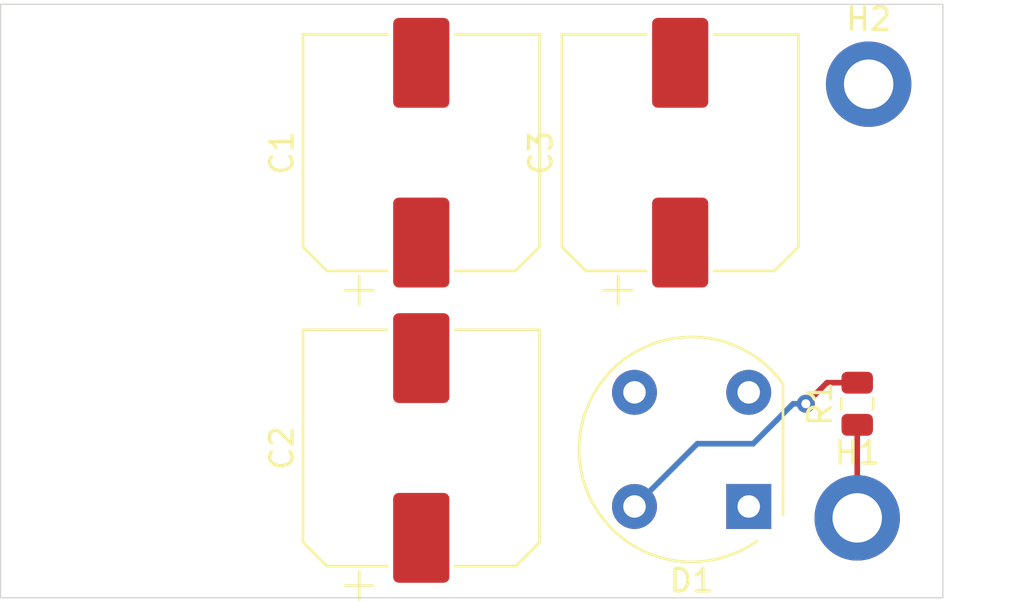
<source format=kicad_pcb>
(kicad_pcb (version 20171130) (host pcbnew "(5.1.6)-1")

  (general
    (thickness 1.6)
    (drawings 4)
    (tracks 8)
    (zones 0)
    (modules 7)
    (nets 6)
  )

  (page A4)
  (layers
    (0 F.Cu signal)
    (31 B.Cu signal)
    (32 B.Adhes user)
    (33 F.Adhes user)
    (34 B.Paste user)
    (35 F.Paste user)
    (36 B.SilkS user)
    (37 F.SilkS user)
    (38 B.Mask user)
    (39 F.Mask user)
    (40 Dwgs.User user)
    (41 Cmts.User user)
    (42 Eco1.User user)
    (43 Eco2.User user)
    (44 Edge.Cuts user)
    (45 Margin user)
    (46 B.CrtYd user)
    (47 F.CrtYd user)
    (48 B.Fab user)
    (49 F.Fab user)
  )

  (setup
    (last_trace_width 0.25)
    (trace_clearance 0.2)
    (zone_clearance 0.508)
    (zone_45_only no)
    (trace_min 0.2)
    (via_size 0.8)
    (via_drill 0.4)
    (via_min_size 0.4)
    (via_min_drill 0.3)
    (uvia_size 0.3)
    (uvia_drill 0.1)
    (uvias_allowed no)
    (uvia_min_size 0.2)
    (uvia_min_drill 0.1)
    (edge_width 0.05)
    (segment_width 0.2)
    (pcb_text_width 0.3)
    (pcb_text_size 1.5 1.5)
    (mod_edge_width 0.12)
    (mod_text_size 1 1)
    (mod_text_width 0.15)
    (pad_size 1.524 1.524)
    (pad_drill 0.762)
    (pad_to_mask_clearance 0.05)
    (aux_axis_origin 0 0)
    (visible_elements FFFFFF7F)
    (pcbplotparams
      (layerselection 0x010fc_ffffffff)
      (usegerberextensions false)
      (usegerberattributes true)
      (usegerberadvancedattributes true)
      (creategerberjobfile true)
      (excludeedgelayer true)
      (linewidth 0.100000)
      (plotframeref false)
      (viasonmask false)
      (mode 1)
      (useauxorigin false)
      (hpglpennumber 1)
      (hpglpenspeed 20)
      (hpglpendiameter 15.000000)
      (psnegative false)
      (psa4output false)
      (plotreference true)
      (plotvalue true)
      (plotinvisibletext false)
      (padsonsilk false)
      (subtractmaskfromsilk false)
      (outputformat 1)
      (mirror false)
      (drillshape 1)
      (scaleselection 1)
      (outputdirectory ""))
  )

  (net 0 "")
  (net 1 GND)
  (net 2 "Net-(C1-Pad1)")
  (net 3 GNDPWR)
  (net 4 "Net-(D1-Pad4)")
  (net 5 +9V)

  (net_class Default "This is the default net class."
    (clearance 0.2)
    (trace_width 0.25)
    (via_dia 0.8)
    (via_drill 0.4)
    (uvia_dia 0.3)
    (uvia_drill 0.1)
    (add_net +9V)
    (add_net GND)
    (add_net GNDPWR)
    (add_net "Net-(C1-Pad1)")
    (add_net "Net-(D1-Pad4)")
  )

  (module Resistor_SMD:R_0805_2012Metric (layer F.Cu) (tedit 5B36C52B) (tstamp 5FEB3DA1)
    (at 148.59 93.218 90)
    (descr "Resistor SMD 0805 (2012 Metric), square (rectangular) end terminal, IPC_7351 nominal, (Body size source: https://docs.google.com/spreadsheets/d/1BsfQQcO9C6DZCsRaXUlFlo91Tg2WpOkGARC1WS5S8t0/edit?usp=sharing), generated with kicad-footprint-generator")
    (tags resistor)
    (path /5FEB71F1)
    (attr smd)
    (fp_text reference R1 (at 0 -1.65 90) (layer F.SilkS)
      (effects (font (size 1 1) (thickness 0.15)))
    )
    (fp_text value R18 (at 0 1.65 90) (layer F.Fab)
      (effects (font (size 1 1) (thickness 0.15)))
    )
    (fp_text user %R (at 0 0 90) (layer F.Fab)
      (effects (font (size 0.5 0.5) (thickness 0.08)))
    )
    (fp_line (start -1 0.6) (end -1 -0.6) (layer F.Fab) (width 0.1))
    (fp_line (start -1 -0.6) (end 1 -0.6) (layer F.Fab) (width 0.1))
    (fp_line (start 1 -0.6) (end 1 0.6) (layer F.Fab) (width 0.1))
    (fp_line (start 1 0.6) (end -1 0.6) (layer F.Fab) (width 0.1))
    (fp_line (start -0.258578 -0.71) (end 0.258578 -0.71) (layer F.SilkS) (width 0.12))
    (fp_line (start -0.258578 0.71) (end 0.258578 0.71) (layer F.SilkS) (width 0.12))
    (fp_line (start -1.68 0.95) (end -1.68 -0.95) (layer F.CrtYd) (width 0.05))
    (fp_line (start -1.68 -0.95) (end 1.68 -0.95) (layer F.CrtYd) (width 0.05))
    (fp_line (start 1.68 -0.95) (end 1.68 0.95) (layer F.CrtYd) (width 0.05))
    (fp_line (start 1.68 0.95) (end -1.68 0.95) (layer F.CrtYd) (width 0.05))
    (pad 2 smd roundrect (at 0.9375 0 90) (size 0.975 1.4) (layers F.Cu F.Paste F.Mask) (roundrect_rratio 0.25)
      (net 4 "Net-(D1-Pad4)"))
    (pad 1 smd roundrect (at -0.9375 0 90) (size 0.975 1.4) (layers F.Cu F.Paste F.Mask) (roundrect_rratio 0.25)
      (net 5 +9V))
    (model ${KISYS3DMOD}/Resistor_SMD.3dshapes/R_0805_2012Metric.wrl
      (at (xyz 0 0 0))
      (scale (xyz 1 1 1))
      (rotate (xyz 0 0 0))
    )
  )

  (module MountingHole:MountingHole_2.2mm_M2_DIN965_Pad (layer F.Cu) (tedit 56D1B4CB) (tstamp 5FEB3D90)
    (at 149.098 78.994)
    (descr "Mounting Hole 2.2mm, M2, DIN965")
    (tags "mounting hole 2.2mm m2 din965")
    (path /5FEBF74F)
    (attr virtual)
    (fp_text reference H2 (at 0 -2.9) (layer F.SilkS)
      (effects (font (size 1 1) (thickness 0.15)))
    )
    (fp_text value MountingHole_Pad (at 0 2.9) (layer F.Fab)
      (effects (font (size 1 1) (thickness 0.15)))
    )
    (fp_text user %R (at 0.3 0) (layer F.Fab)
      (effects (font (size 1 1) (thickness 0.15)))
    )
    (fp_circle (center 0 0) (end 1.9 0) (layer Cmts.User) (width 0.15))
    (fp_circle (center 0 0) (end 2.15 0) (layer F.CrtYd) (width 0.05))
    (pad 1 thru_hole circle (at 0 0) (size 3.8 3.8) (drill 2.2) (layers *.Cu *.Mask)
      (net 3 GNDPWR))
  )

  (module MountingHole:MountingHole_2.2mm_M2_DIN965_Pad (layer F.Cu) (tedit 56D1B4CB) (tstamp 5FEB3D88)
    (at 148.59 98.298)
    (descr "Mounting Hole 2.2mm, M2, DIN965")
    (tags "mounting hole 2.2mm m2 din965")
    (path /5FEBE968)
    (attr virtual)
    (fp_text reference H1 (at 0 -2.9) (layer F.SilkS)
      (effects (font (size 1 1) (thickness 0.15)))
    )
    (fp_text value MountingHole_Pad (at 0 2.9) (layer F.Fab)
      (effects (font (size 1 1) (thickness 0.15)))
    )
    (fp_text user %R (at 0.3 0) (layer F.Fab)
      (effects (font (size 1 1) (thickness 0.15)))
    )
    (fp_circle (center 0 0) (end 1.9 0) (layer Cmts.User) (width 0.15))
    (fp_circle (center 0 0) (end 2.15 0) (layer F.CrtYd) (width 0.05))
    (pad 1 thru_hole circle (at 0 0) (size 3.8 3.8) (drill 2.2) (layers *.Cu *.Mask)
      (net 5 +9V))
  )

  (module Diode_THT:Diode_Bridge_Round_D9.8mm (layer F.Cu) (tedit 5A142105) (tstamp 5FEB3D80)
    (at 143.764 97.79 180)
    (descr "4-lead round diode bridge package, diameter 9.8mm, pin pitch 5.08mm, see http://www.vishay.com/docs/88769/woo5g.pdf")
    (tags "diode bridge 9.8mm WOG pitch 5.08mm")
    (path /5FEB3D3B)
    (fp_text reference D1 (at 2.54 -3.302) (layer F.SilkS)
      (effects (font (size 1 1) (thickness 0.15)))
    )
    (fp_text value B40C1500G (at 2.6035 8.509) (layer F.Fab)
      (effects (font (size 1 1) (thickness 0.15)))
    )
    (fp_arc (start 2.54 2.54) (end -1.4 -0.38) (angle 287) (layer F.Fab) (width 0.12))
    (fp_arc (start 2.54 2.54) (end -0.381 -1.524) (angle 270) (layer F.SilkS) (width 0.12))
    (fp_text user %R (at 3.81 2.54) (layer F.Fab)
      (effects (font (size 1 1) (thickness 0.15)))
    )
    (fp_line (start -1.524 -0.381) (end -1.524 5.461) (layer F.SilkS) (width 0.12))
    (fp_line (start -1.397 5.461) (end -1.397 -0.381) (layer F.Fab) (width 0.12))
    (fp_line (start -1.65 -2.61) (end 7.7 -2.61) (layer F.CrtYd) (width 0.05))
    (fp_line (start -1.65 -2.61) (end -1.65 7.7) (layer F.CrtYd) (width 0.05))
    (fp_line (start 7.7 7.7) (end 7.7 -2.61) (layer F.CrtYd) (width 0.05))
    (fp_line (start 7.7 7.7) (end -1.65 7.7) (layer F.CrtYd) (width 0.05))
    (pad 1 thru_hole rect (at 0 0 180) (size 2 2) (drill 1) (layers *.Cu *.Mask)
      (net 2 "Net-(C1-Pad1)"))
    (pad 3 thru_hole oval (at 5.08 5.08 180) (size 2 2) (drill 1) (layers *.Cu *.Mask)
      (net 1 GND))
    (pad 2 thru_hole oval (at 0 5.08 180) (size 2 2) (drill 1) (layers *.Cu *.Mask)
      (net 3 GNDPWR))
    (pad 4 thru_hole oval (at 5.08 0 180) (size 2 2) (drill 1) (layers *.Cu *.Mask)
      (net 4 "Net-(D1-Pad4)"))
    (model ${KISYS3DMOD}/Diode_THT.3dshapes/Diode_Bridge_Round_D9.8mm.wrl
      (at (xyz 0 0 0))
      (scale (xyz 1 1 1))
      (rotate (xyz 0 0 0))
    )
  )

  (module Capacitor_SMD:CP_Elec_10x10 (layer F.Cu) (tedit 5BCA39D1) (tstamp 5FEB3D6F)
    (at 140.716 82.042 90)
    (descr "SMD capacitor, aluminum electrolytic, Nichicon, 10.0x10.0mm")
    (tags "capacitor electrolytic")
    (path /5FEBD883)
    (attr smd)
    (fp_text reference C3 (at 0 -6.2 90) (layer F.SilkS)
      (effects (font (size 1 1) (thickness 0.15)))
    )
    (fp_text value CP (at 0 6.2 90) (layer F.Fab)
      (effects (font (size 1 1) (thickness 0.15)))
    )
    (fp_text user %R (at 0 0 90) (layer F.Fab)
      (effects (font (size 1 1) (thickness 0.15)))
    )
    (fp_circle (center 0 0) (end 5 0) (layer F.Fab) (width 0.1))
    (fp_line (start 5.15 -5.15) (end 5.15 5.15) (layer F.Fab) (width 0.1))
    (fp_line (start -4.15 -5.15) (end 5.15 -5.15) (layer F.Fab) (width 0.1))
    (fp_line (start -4.15 5.15) (end 5.15 5.15) (layer F.Fab) (width 0.1))
    (fp_line (start -5.15 -4.15) (end -5.15 4.15) (layer F.Fab) (width 0.1))
    (fp_line (start -5.15 -4.15) (end -4.15 -5.15) (layer F.Fab) (width 0.1))
    (fp_line (start -5.15 4.15) (end -4.15 5.15) (layer F.Fab) (width 0.1))
    (fp_line (start -4.558325 -1.7) (end -3.558325 -1.7) (layer F.Fab) (width 0.1))
    (fp_line (start -4.058325 -2.2) (end -4.058325 -1.2) (layer F.Fab) (width 0.1))
    (fp_line (start 5.26 5.26) (end 5.26 1.51) (layer F.SilkS) (width 0.12))
    (fp_line (start 5.26 -5.26) (end 5.26 -1.51) (layer F.SilkS) (width 0.12))
    (fp_line (start -4.195563 -5.26) (end 5.26 -5.26) (layer F.SilkS) (width 0.12))
    (fp_line (start -4.195563 5.26) (end 5.26 5.26) (layer F.SilkS) (width 0.12))
    (fp_line (start -5.26 4.195563) (end -5.26 1.51) (layer F.SilkS) (width 0.12))
    (fp_line (start -5.26 -4.195563) (end -5.26 -1.51) (layer F.SilkS) (width 0.12))
    (fp_line (start -5.26 -4.195563) (end -4.195563 -5.26) (layer F.SilkS) (width 0.12))
    (fp_line (start -5.26 4.195563) (end -4.195563 5.26) (layer F.SilkS) (width 0.12))
    (fp_line (start -6.75 -2.76) (end -5.5 -2.76) (layer F.SilkS) (width 0.12))
    (fp_line (start -6.125 -3.385) (end -6.125 -2.135) (layer F.SilkS) (width 0.12))
    (fp_line (start 5.4 -5.4) (end 5.4 -1.5) (layer F.CrtYd) (width 0.05))
    (fp_line (start 5.4 -1.5) (end 6.25 -1.5) (layer F.CrtYd) (width 0.05))
    (fp_line (start 6.25 -1.5) (end 6.25 1.5) (layer F.CrtYd) (width 0.05))
    (fp_line (start 6.25 1.5) (end 5.4 1.5) (layer F.CrtYd) (width 0.05))
    (fp_line (start 5.4 1.5) (end 5.4 5.4) (layer F.CrtYd) (width 0.05))
    (fp_line (start -4.25 5.4) (end 5.4 5.4) (layer F.CrtYd) (width 0.05))
    (fp_line (start -4.25 -5.4) (end 5.4 -5.4) (layer F.CrtYd) (width 0.05))
    (fp_line (start -5.4 4.25) (end -4.25 5.4) (layer F.CrtYd) (width 0.05))
    (fp_line (start -5.4 -4.25) (end -4.25 -5.4) (layer F.CrtYd) (width 0.05))
    (fp_line (start -5.4 -4.25) (end -5.4 -1.5) (layer F.CrtYd) (width 0.05))
    (fp_line (start -5.4 1.5) (end -5.4 4.25) (layer F.CrtYd) (width 0.05))
    (fp_line (start -5.4 -1.5) (end -6.25 -1.5) (layer F.CrtYd) (width 0.05))
    (fp_line (start -6.25 -1.5) (end -6.25 1.5) (layer F.CrtYd) (width 0.05))
    (fp_line (start -6.25 1.5) (end -5.4 1.5) (layer F.CrtYd) (width 0.05))
    (pad 2 smd roundrect (at 4 0 90) (size 4 2.5) (layers F.Cu F.Paste F.Mask) (roundrect_rratio 0.1)
      (net 1 GND))
    (pad 1 smd roundrect (at -4 0 90) (size 4 2.5) (layers F.Cu F.Paste F.Mask) (roundrect_rratio 0.1)
      (net 2 "Net-(C1-Pad1)"))
    (model ${KISYS3DMOD}/Capacitor_SMD.3dshapes/CP_Elec_10x10.wrl
      (at (xyz 0 0 0))
      (scale (xyz 1 1 1))
      (rotate (xyz 0 0 0))
    )
  )

  (module Capacitor_SMD:CP_Elec_10x10 (layer F.Cu) (tedit 5BCA39D1) (tstamp 5FEB3D47)
    (at 129.2 95.186 90)
    (descr "SMD capacitor, aluminum electrolytic, Nichicon, 10.0x10.0mm")
    (tags "capacitor electrolytic")
    (path /5FEBD361)
    (attr smd)
    (fp_text reference C2 (at 0 -6.2 90) (layer F.SilkS)
      (effects (font (size 1 1) (thickness 0.15)))
    )
    (fp_text value CP (at 0 6.2 90) (layer F.Fab)
      (effects (font (size 1 1) (thickness 0.15)))
    )
    (fp_text user %R (at 0 0 90) (layer F.Fab)
      (effects (font (size 1 1) (thickness 0.15)))
    )
    (fp_circle (center 0 0) (end 5 0) (layer F.Fab) (width 0.1))
    (fp_line (start 5.15 -5.15) (end 5.15 5.15) (layer F.Fab) (width 0.1))
    (fp_line (start -4.15 -5.15) (end 5.15 -5.15) (layer F.Fab) (width 0.1))
    (fp_line (start -4.15 5.15) (end 5.15 5.15) (layer F.Fab) (width 0.1))
    (fp_line (start -5.15 -4.15) (end -5.15 4.15) (layer F.Fab) (width 0.1))
    (fp_line (start -5.15 -4.15) (end -4.15 -5.15) (layer F.Fab) (width 0.1))
    (fp_line (start -5.15 4.15) (end -4.15 5.15) (layer F.Fab) (width 0.1))
    (fp_line (start -4.558325 -1.7) (end -3.558325 -1.7) (layer F.Fab) (width 0.1))
    (fp_line (start -4.058325 -2.2) (end -4.058325 -1.2) (layer F.Fab) (width 0.1))
    (fp_line (start 5.26 5.26) (end 5.26 1.51) (layer F.SilkS) (width 0.12))
    (fp_line (start 5.26 -5.26) (end 5.26 -1.51) (layer F.SilkS) (width 0.12))
    (fp_line (start -4.195563 -5.26) (end 5.26 -5.26) (layer F.SilkS) (width 0.12))
    (fp_line (start -4.195563 5.26) (end 5.26 5.26) (layer F.SilkS) (width 0.12))
    (fp_line (start -5.26 4.195563) (end -5.26 1.51) (layer F.SilkS) (width 0.12))
    (fp_line (start -5.26 -4.195563) (end -5.26 -1.51) (layer F.SilkS) (width 0.12))
    (fp_line (start -5.26 -4.195563) (end -4.195563 -5.26) (layer F.SilkS) (width 0.12))
    (fp_line (start -5.26 4.195563) (end -4.195563 5.26) (layer F.SilkS) (width 0.12))
    (fp_line (start -6.75 -2.76) (end -5.5 -2.76) (layer F.SilkS) (width 0.12))
    (fp_line (start -6.125 -3.385) (end -6.125 -2.135) (layer F.SilkS) (width 0.12))
    (fp_line (start 5.4 -5.4) (end 5.4 -1.5) (layer F.CrtYd) (width 0.05))
    (fp_line (start 5.4 -1.5) (end 6.25 -1.5) (layer F.CrtYd) (width 0.05))
    (fp_line (start 6.25 -1.5) (end 6.25 1.5) (layer F.CrtYd) (width 0.05))
    (fp_line (start 6.25 1.5) (end 5.4 1.5) (layer F.CrtYd) (width 0.05))
    (fp_line (start 5.4 1.5) (end 5.4 5.4) (layer F.CrtYd) (width 0.05))
    (fp_line (start -4.25 5.4) (end 5.4 5.4) (layer F.CrtYd) (width 0.05))
    (fp_line (start -4.25 -5.4) (end 5.4 -5.4) (layer F.CrtYd) (width 0.05))
    (fp_line (start -5.4 4.25) (end -4.25 5.4) (layer F.CrtYd) (width 0.05))
    (fp_line (start -5.4 -4.25) (end -4.25 -5.4) (layer F.CrtYd) (width 0.05))
    (fp_line (start -5.4 -4.25) (end -5.4 -1.5) (layer F.CrtYd) (width 0.05))
    (fp_line (start -5.4 1.5) (end -5.4 4.25) (layer F.CrtYd) (width 0.05))
    (fp_line (start -5.4 -1.5) (end -6.25 -1.5) (layer F.CrtYd) (width 0.05))
    (fp_line (start -6.25 -1.5) (end -6.25 1.5) (layer F.CrtYd) (width 0.05))
    (fp_line (start -6.25 1.5) (end -5.4 1.5) (layer F.CrtYd) (width 0.05))
    (pad 2 smd roundrect (at 4 0 90) (size 4 2.5) (layers F.Cu F.Paste F.Mask) (roundrect_rratio 0.1)
      (net 1 GND))
    (pad 1 smd roundrect (at -4 0 90) (size 4 2.5) (layers F.Cu F.Paste F.Mask) (roundrect_rratio 0.1)
      (net 2 "Net-(C1-Pad1)"))
    (model ${KISYS3DMOD}/Capacitor_SMD.3dshapes/CP_Elec_10x10.wrl
      (at (xyz 0 0 0))
      (scale (xyz 1 1 1))
      (rotate (xyz 0 0 0))
    )
  )

  (module Capacitor_SMD:CP_Elec_10x10 (layer F.Cu) (tedit 5BCA39D1) (tstamp 5FEB4045)
    (at 129.2 82.042 90)
    (descr "SMD capacitor, aluminum electrolytic, Nichicon, 10.0x10.0mm")
    (tags "capacitor electrolytic")
    (path /5FEB9048)
    (attr smd)
    (fp_text reference C1 (at 0 -6.2 90) (layer F.SilkS)
      (effects (font (size 1 1) (thickness 0.15)))
    )
    (fp_text value CP (at 0 6.2 90) (layer F.Fab)
      (effects (font (size 1 1) (thickness 0.15)))
    )
    (fp_text user %R (at 0 0 135) (layer F.Fab)
      (effects (font (size 1 1) (thickness 0.15)))
    )
    (fp_circle (center 0 0) (end 5 0) (layer F.Fab) (width 0.1))
    (fp_line (start 5.15 -5.15) (end 5.15 5.15) (layer F.Fab) (width 0.1))
    (fp_line (start -4.15 -5.15) (end 5.15 -5.15) (layer F.Fab) (width 0.1))
    (fp_line (start -4.15 5.15) (end 5.15 5.15) (layer F.Fab) (width 0.1))
    (fp_line (start -5.15 -4.15) (end -5.15 4.15) (layer F.Fab) (width 0.1))
    (fp_line (start -5.15 -4.15) (end -4.15 -5.15) (layer F.Fab) (width 0.1))
    (fp_line (start -5.15 4.15) (end -4.15 5.15) (layer F.Fab) (width 0.1))
    (fp_line (start -4.558325 -1.7) (end -3.558325 -1.7) (layer F.Fab) (width 0.1))
    (fp_line (start -4.058325 -2.2) (end -4.058325 -1.2) (layer F.Fab) (width 0.1))
    (fp_line (start 5.26 5.26) (end 5.26 1.51) (layer F.SilkS) (width 0.12))
    (fp_line (start 5.26 -5.26) (end 5.26 -1.51) (layer F.SilkS) (width 0.12))
    (fp_line (start -4.195563 -5.26) (end 5.26 -5.26) (layer F.SilkS) (width 0.12))
    (fp_line (start -4.195563 5.26) (end 5.26 5.26) (layer F.SilkS) (width 0.12))
    (fp_line (start -5.26 4.195563) (end -5.26 1.51) (layer F.SilkS) (width 0.12))
    (fp_line (start -5.26 -4.195563) (end -5.26 -1.51) (layer F.SilkS) (width 0.12))
    (fp_line (start -5.26 -4.195563) (end -4.195563 -5.26) (layer F.SilkS) (width 0.12))
    (fp_line (start -5.26 4.195563) (end -4.195563 5.26) (layer F.SilkS) (width 0.12))
    (fp_line (start -6.75 -2.76) (end -5.5 -2.76) (layer F.SilkS) (width 0.12))
    (fp_line (start -6.125 -3.385) (end -6.125 -2.135) (layer F.SilkS) (width 0.12))
    (fp_line (start 5.4 -5.4) (end 5.4 -1.5) (layer F.CrtYd) (width 0.05))
    (fp_line (start 5.4 -1.5) (end 6.25 -1.5) (layer F.CrtYd) (width 0.05))
    (fp_line (start 6.25 -1.5) (end 6.25 1.5) (layer F.CrtYd) (width 0.05))
    (fp_line (start 6.25 1.5) (end 5.4 1.5) (layer F.CrtYd) (width 0.05))
    (fp_line (start 5.4 1.5) (end 5.4 5.4) (layer F.CrtYd) (width 0.05))
    (fp_line (start -4.25 5.4) (end 5.4 5.4) (layer F.CrtYd) (width 0.05))
    (fp_line (start -4.25 -5.4) (end 5.4 -5.4) (layer F.CrtYd) (width 0.05))
    (fp_line (start -5.4 4.25) (end -4.25 5.4) (layer F.CrtYd) (width 0.05))
    (fp_line (start -5.4 -4.25) (end -4.25 -5.4) (layer F.CrtYd) (width 0.05))
    (fp_line (start -5.4 -4.25) (end -5.4 -1.5) (layer F.CrtYd) (width 0.05))
    (fp_line (start -5.4 1.5) (end -5.4 4.25) (layer F.CrtYd) (width 0.05))
    (fp_line (start -5.4 -1.5) (end -6.25 -1.5) (layer F.CrtYd) (width 0.05))
    (fp_line (start -6.25 -1.5) (end -6.25 1.5) (layer F.CrtYd) (width 0.05))
    (fp_line (start -6.25 1.5) (end -5.4 1.5) (layer F.CrtYd) (width 0.05))
    (pad 2 smd roundrect (at 4 0 90) (size 4 2.5) (layers F.Cu F.Paste F.Mask) (roundrect_rratio 0.1)
      (net 1 GND))
    (pad 1 smd roundrect (at -4 0 90) (size 4 2.5) (layers F.Cu F.Paste F.Mask) (roundrect_rratio 0.1)
      (net 2 "Net-(C1-Pad1)"))
    (model ${KISYS3DMOD}/Capacitor_SMD.3dshapes/CP_Elec_10x10.wrl
      (at (xyz 0 0 0))
      (scale (xyz 1 1 1))
      (rotate (xyz 0 0 0))
    )
  )

  (gr_line (start 152.4 101.854) (end 152.4 75.438) (layer Edge.Cuts) (width 0.05) (tstamp 5FEB437E))
  (gr_line (start 110.49 101.854) (end 152.4 101.854) (layer Edge.Cuts) (width 0.05))
  (gr_line (start 110.49 75.438) (end 110.49 101.854) (layer Edge.Cuts) (width 0.05))
  (gr_line (start 152.4 75.438) (end 110.49 75.438) (layer Edge.Cuts) (width 0.05))

  (via (at 146.304 93.218) (size 0.8) (drill 0.4) (layers F.Cu B.Cu) (net 4))
  (segment (start 148.59 92.2805) (end 147.2415 92.2805) (width 0.25) (layer F.Cu) (net 4))
  (segment (start 147.2415 92.2805) (end 146.304 93.218) (width 0.25) (layer F.Cu) (net 4))
  (segment (start 145.738315 93.218) (end 143.960315 94.996) (width 0.25) (layer B.Cu) (net 4))
  (segment (start 146.304 93.218) (end 145.738315 93.218) (width 0.25) (layer B.Cu) (net 4))
  (segment (start 141.478 94.996) (end 138.684 97.79) (width 0.25) (layer B.Cu) (net 4))
  (segment (start 143.960315 94.996) (end 141.478 94.996) (width 0.25) (layer B.Cu) (net 4))
  (segment (start 148.59 98.298) (end 148.59 94.1555) (width 0.25) (layer F.Cu) (net 5))

)

</source>
